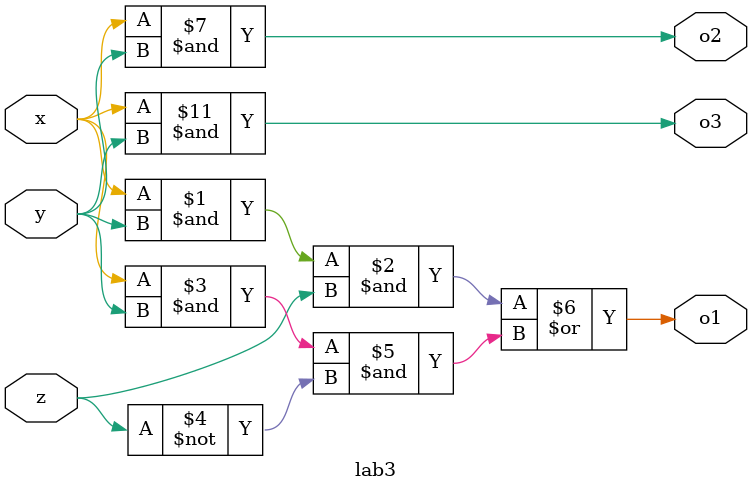
<source format=v>
module lab3 (
    input x,
    input y,
    input z,
    output o1,
    output o2,
    output o3
);
    assign o1=x&y&z|x&y&~z;
    assign o2=x&y&(z|~z);
    assign o3=x&y;
endmodule
</source>
